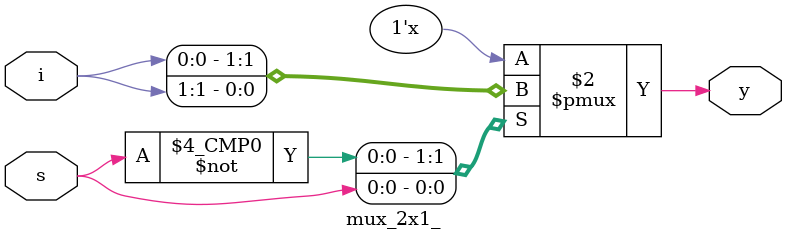
<source format=v>
module mux_2x1_(i,s,y);
input [1:0] i;
input s;
output  reg y;
always @(*)
 begin
case(s)
1'b0 : y = i[0];
1'b1 : y = i[1];
endcase    
end
    
endmodule
</source>
